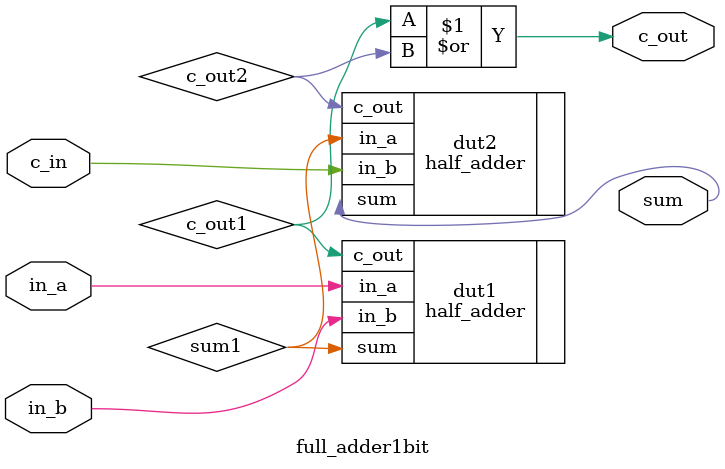
<source format=v>
module full_adder1bit(
    in_a,
    in_b,
    c_in,
    sum,
    c_out
);

input in_a;
input in_b;
input c_in;
output sum;
output c_out;

wire sum1;
wire c_out1;
wire c_out2;

half_adder dut1(
    .in_a(in_a),
    .in_b(in_b),
    .sum(sum1),
    .c_out(c_out1)
);

half_adder dut2(
    .in_a(sum1),
    .in_b(c_in),
    .sum(sum),
    .c_out(c_out2)
);

assign c_out = c_out1 | c_out2;


endmodule
</source>
